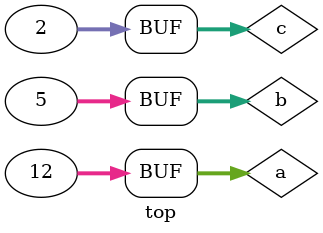
<source format=sv>
/*
:name: binary_op_mod
:description: % operator test
:tags: 11.4.3
*/
module top();
int a = 12;
int b = 5;
int c;
initial begin
    c = a % b;
end
endmodule

</source>
